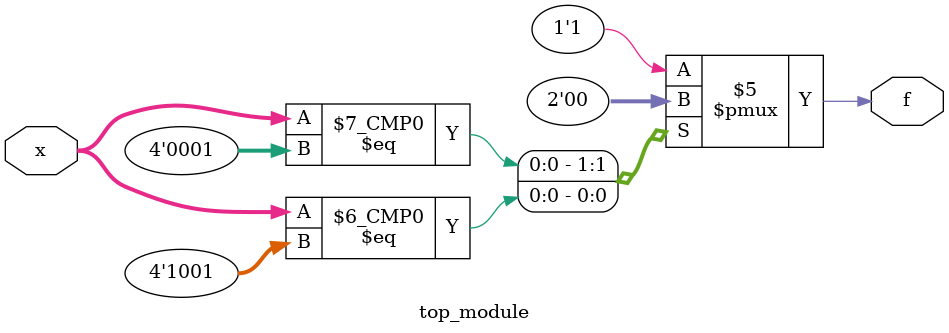
<source format=sv>
module top_module (
    input [4:1] x,
    output logic f
);

always_comb begin
    case ({x[4], x[3], x[2], x[1]})
        4'b0001: f = 0;
        4'b0011: f = 1;
        4'b0111: f = 1;
        4'b1001: f = 0;
        4'b1010: f = 1;
        4'b1011: f = 1;
        default: f = 1;
    endcase
end

endmodule

</source>
